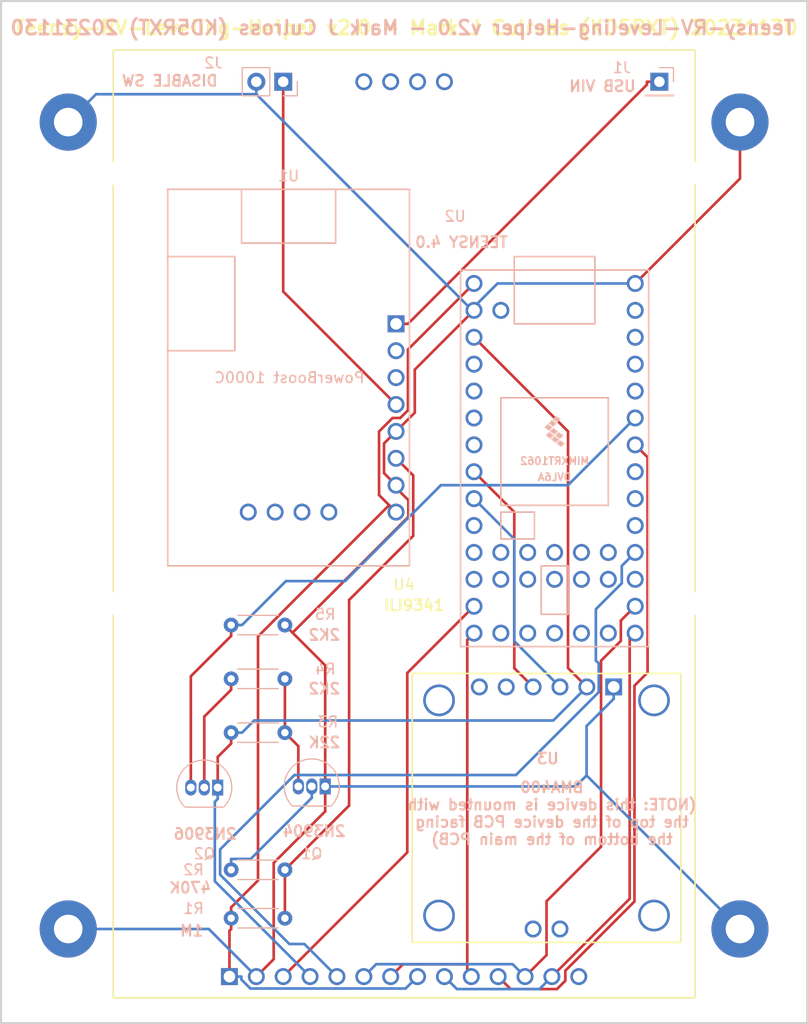
<source format=kicad_pcb>
(kicad_pcb (version 20221018) (generator pcbnew)
  (layers (0 "F.Cu" signal) (31 "B.Cu" signal) (34 "B.Paste" user) (35 "F.Paste" user) (36 "B.SilkS" user "B.Silkscreen") (37 "F.SilkS" user "F.Silkscreen") (38 "B.Mask" user) (39 "F.Mask" user) (44 "Edge.Cuts" user))
  (net 0 "")
  (net 1 "GNDREF")
  (net 2 "Net-(J1-Pin_1)")
  (net 3 "Net-(J2-Pin_1)")
  (net 4 "Net-(Q1-B)")
  (net 5 "Net-(Q1-C)")
  (net 6 "Net-(Q2-E)")
  (net 7 "Net-(Q2-B)")
  (net 8 "Net-(Q2-C)")
  (net 9 "Net-(U1-LBO)")
  (net 10 "Net-(U1-5Vo)")
  (net 20 "Net-(U2-13_SCK_CRX1_LED)")
  (net 23 "Net-(U2-12_MISO_MQSL)")
  (net 24 "Net-(U2-14_A0_TX3_SPDIF_OUT)")
  (net 28 "Net-(U2-18_A4_SDA0)")
  (net 29 "Net-(U2-19_A5_SCL0)")
  (net 35 "Net-(U2-11_MOSI_CTX1)")
  (net 37 "Net-(U2-9_OUT1C)")
  (net 41 "Net-(U2-5_IN2)")
  (footprint "MountingHole:MountingHole_2.7mm" (layer "F.Cu") (at 157.48 41.656)
    (fp_text reference "H2" hide)
    (fp_text value "BATT-b")
    (pad "" np_thru_hole circle (at 0 0) (size 2.7 2.7) (drill 2.7) (layers "*.Cu" "*.Mask"))
  )
  (footprint "MountingHole:MountingHole_2.7mm" (layer "F.Cu") (at 157.48 82.296)
    (fp_text reference "H4" hide)
    (fp_text value "BATT-d")
    (pad "" np_thru_hole circle (at 0 0) (size 2.7 2.7) (drill 2.7) (layers "*.Cu" "*.Mask"))
  )
  (footprint "MountingHole:MountingHole_2.7mm" (layer "F.Cu") (at 104.14 82.296)
    (fp_text reference "H3" hide)
    (fp_text value "BATT-c")
    (pad "" np_thru_hole circle (at 0 0) (size 2.7 2.7) (drill 2.7) (layers "*.Cu" "*.Mask"))
  )
  (footprint "MJC:BMA400" (layer "F.Cu") (at 144.272 101.6 180)
    (fp_text reference "U3" hide)
    (fp_text value "BMA400")
    (fp_line (start -12.7 -12.7) (end 12.7 -12.7) (stroke (width 0.15)) (layer "F.SilkS"))
    (fp_line (start -12.7 12.7) (end -12.7 -12.7) (stroke (width 0.15)) (layer "F.SilkS"))
    (fp_line (start 12.7 -12.7) (end 12.7 12.7) (stroke (width 0.15)) (layer "F.SilkS"))
    (fp_line (start 12.7 12.7) (end -12.7 12.7) (stroke (width 0.15)) (layer "F.SilkS"))
    (pad "1" thru_hole rect (at -6.35 11.43 180) (size 1.6 1.6) (drill 1.1) (layers "*.Cu" "*.Mask") (net 1 "GNDREF"))
    (pad "2" thru_hole circle (at -3.81 11.43 180) (size 1.6 1.6) (drill 1.1) (layers "*.Cu" "*.Mask") (net 6 "Net-(Q2-E)"))
    (pad "3" thru_hole circle (at -1.27 11.43 180) (size 1.6 1.6) (drill 1.1) (layers "*.Cu" "*.Mask") (net 28 "Net-(U2-18_A4_SDA0)"))
    (pad "4" thru_hole circle (at 1.27 11.43 180) (size 1.6 1.6) (drill 1.1) (layers "*.Cu" "*.Mask") (net 29 "Net-(U2-19_A5_SCL0)"))
    (pad "5" thru_hole circle (at 3.81 11.43 180) (size 1.6 1.6) (drill 1.1) (layers "*.Cu" "*.Mask"))
    (pad "6" thru_hole circle (at 6.35 11.43 180) (size 1.6 1.6) (drill 1.1) (layers "*.Cu" "*.Mask"))
    (pad "7" thru_hole circle (at -1.27 -11.43 180) (size 1.6 1.6) (drill 1.1) (layers "*.Cu" "*.Mask"))
    (pad "8" thru_hole circle (at 1.27 -11.43 180) (size 1.6 1.6) (drill 1.1) (layers "*.Cu" "*.Mask"))
    (pad "9" thru_hole circle (at -10.16 -10.16 180) (size 3 3) (drill 2.5) (layers "*.Cu" "*.Mask"))
    (pad "10" thru_hole circle (at 10.16 -10.16 180) (size 3 3) (drill 2.5) (layers "*.Cu" "*.Mask"))
    (pad "11" thru_hole circle (at 10.16 10.16 180) (size 3 3) (drill 2.5) (layers "*.Cu" "*.Mask"))
    (pad "12" thru_hole circle (at -10.16 10.16 180) (size 3 3) (drill 2.5) (layers "*.Cu" "*.Mask"))
  )
  (footprint "MountingHole:MountingHole_2.7mm_M2.5_Pad_TopBottom" (layer "F.Cu") (at 162.56 36.83)
    (fp_text reference "H6" hide)
    (fp_text value "PCB-b")
    (pad "1" thru_hole circle (at 0 0) (size 3.1 3.1) (drill 2.7) (layers "*.Cu" "*.Mask") (net 1 "GNDREF"))
    (pad "1" connect circle (at 0 0) (size 5.4 5.4) (layers "F.Cu" "F.Mask") (net 1 "GNDREF"))
    (pad "1" connect circle (at 0 0) (size 5.4 5.4) (layers "B.Cu" "B.Mask") (net 1 "GNDREF"))
  )
  (footprint "MountingHole:MountingHole_2.7mm_M2.5_Pad_TopBottom" (layer "F.Cu") (at 99.06 113.03)
    (fp_text reference "H7" hide)
    (fp_text value "PCB-c")
    (pad "1" thru_hole circle (at 0 0) (size 3.1 3.1) (drill 2.7) (layers "*.Cu" "*.Mask") (net 1 "GNDREF"))
    (pad "1" connect circle (at 0 0) (size 5.4 5.4) (layers "F.Cu" "F.Mask") (net 1 "GNDREF"))
    (pad "1" connect circle (at 0 0) (size 5.4 5.4) (layers "B.Cu" "B.Mask") (net 1 "GNDREF"))
  )
  (footprint "MountingHole:MountingHole_2.7mm_M2.5_Pad_TopBottom" (layer "F.Cu") (at 162.56 113.03)
    (fp_text reference "H8" hide)
    (fp_text value "PCB-d")
    (pad "1" thru_hole circle (at 0 0) (size 3.1 3.1) (drill 2.7) (layers "*.Cu" "*.Mask") (net 1 "GNDREF"))
    (pad "1" connect circle (at 0 0) (size 5.4 5.4) (layers "F.Cu" "F.Mask") (net 1 "GNDREF"))
    (pad "1" connect circle (at 0 0) (size 5.4 5.4) (layers "B.Cu" "B.Mask") (net 1 "GNDREF"))
  )
  (footprint "MountingHole:MountingHole_2.7mm_M2.5_Pad_TopBottom" (layer "F.Cu") (at 99.06 36.83)
    (fp_text reference "H5" hide)
    (fp_text value "PCB-a")
    (pad "1" thru_hole circle (at 0 0) (size 3.1 3.1) (drill 2.7) (layers "*.Cu" "*.Mask") (net 1 "GNDREF"))
    (pad "1" connect circle (at 0 0) (size 5.4 5.4) (layers "F.Cu" "F.Mask") (net 1 "GNDREF"))
    (pad "1" connect circle (at 0 0) (size 5.4 5.4) (layers "B.Cu" "B.Mask") (net 1 "GNDREF"))
  )
  (footprint "MountingHole:MountingHole_2.7mm" (layer "F.Cu") (at 104.14 41.656)
    (fp_text reference "H1" hide)
    (fp_text value "BATT-a")
    (pad "" np_thru_hole circle (at 0 0) (size 2.7 2.7) (drill 2.7) (layers "*.Cu" "*.Mask"))
  )
  (footprint "MJC:ILI9341" (layer "F.Cu") (at 130.81 74.7776)
    (fp_text reference "U4" (at 0 5.7404 unlocked) (layer "F.SilkS"))
    (fp_text value "Teensy ILI9341")
    (fp_line (start -27.5 -44.75) (end 27.5 -44.75) (stroke (width 0.15)) (layer "F.SilkS"))
    (fp_line (start -27.5 44.75) (end -27.5 -44.75) (stroke (width 0.15)) (layer "F.SilkS"))
    (fp_line (start 27.5 -44.75) (end 27.5 44.75) (stroke (width 0.15)) (layer "F.SilkS"))
    (fp_line (start 27.5 44.75) (end -27.5 44.75) (stroke (width 0.15)) (layer "F.SilkS"))
    (pad "1" thru_hole rect (at -16.51 42.7482) (size 1.6 1.6) (drill 1.1) (layers "*.Cu" "*.Mask") (net 10 "Net-(U1-5Vo)"))
    (pad "2" thru_hole circle (at -13.97 42.7482) (size 1.6 1.6) (drill 1.1) (layers "*.Cu" "*.Mask") (net 1 "GNDREF"))
    (pad "3" thru_hole circle (at -11.43 42.7482) (size 1.6 1.6) (drill 1.1) (layers "*.Cu" "*.Mask") (net 24 "Net-(U2-14_A0_TX3_SPDIF_OUT)"))
    (pad "4" thru_hole circle (at -8.89 42.7482) (size 1.6 1.6) (drill 1.1) (layers "*.Cu" "*.Mask") (net 6 "Net-(Q2-E)"))
    (pad "5" thru_hole circle (at -6.35 42.7482) (size 1.6 1.6) (drill 1.1) (layers "*.Cu" "*.Mask") (net 37 "Net-(U2-9_OUT1C)"))
    (pad "6" thru_hole circle (at -3.81 42.7482) (size 1.6 1.6) (drill 1.1) (layers "*.Cu" "*.Mask") (net 35 "Net-(U2-11_MOSI_CTX1)"))
    (pad "7" thru_hole circle (at -1.27 42.7482) (size 1.6 1.6) (drill 1.1) (layers "*.Cu" "*.Mask") (net 20 "Net-(U2-13_SCK_CRX1_LED)"))
    (pad "8" thru_hole circle (at 1.27 42.7482) (size 1.6 1.6) (drill 1.1) (layers "*.Cu" "*.Mask") (net 10 "Net-(U1-5Vo)"))
    (pad "9" thru_hole circle (at 3.81 42.7482) (size 1.6 1.6) (drill 1.1) (layers "*.Cu" "*.Mask") (net 23 "Net-(U2-12_MISO_MQSL)"))
    (pad "10" thru_hole circle (at 6.35 42.7482) (size 1.6 1.6) (drill 1.1) (layers "*.Cu" "*.Mask") (net 20 "Net-(U2-13_SCK_CRX1_LED)"))
    (pad "11" thru_hole circle (at 8.89 42.7482) (size 1.6 1.6) (drill 1.1) (layers "*.Cu" "*.Mask") (net 41 "Net-(U2-5_IN2)"))
    (pad "12" thru_hole circle (at 11.43 42.7482) (size 1.6 1.6) (drill 1.1) (layers "*.Cu" "*.Mask") (net 35 "Net-(U2-11_MOSI_CTX1)"))
    (pad "13" thru_hole circle (at 13.97 42.7482) (size 1.6 1.6) (drill 1.1) (layers "*.Cu" "*.Mask") (net 23 "Net-(U2-12_MISO_MQSL)"))
    (pad "14" thru_hole circle (at 16.51 42.7482) (size 1.6 1.6) (drill 1.1) (layers "*.Cu" "*.Mask"))
    (pad "15" thru_hole circle (at -3.81 -41.7576) (size 1.6 1.6) (drill 1.1) (layers "*.Cu" "*.Mask"))
    (pad "16" thru_hole circle (at -1.27 -41.7576) (size 1.6 1.6) (drill 1.1) (layers "*.Cu" "*.Mask"))
    (pad "17" thru_hole circle (at 1.27 -41.7576) (size 1.6 1.6) (drill 1.1) (layers "*.Cu" "*.Mask"))
    (pad "18" thru_hole circle (at 3.81 -41.7576) (size 1.6 1.6) (drill 1.1) (layers "*.Cu" "*.Mask"))
  )
  (footprint "Package_TO_SOT_THT:TO-92_Inline" (layer "B.Cu") (at 123.3497 99.568 180)
    (fp_text reference "Q1" (at 1.27 -6.35) (layer "B.SilkS") (effects (justify mirror)))
    (fp_text value "2N3904")
    (fp_line (start -0.53 -1.85) (end 3.07 -1.85) (stroke (width 0.12)) (layer "B.SilkS"))
    (fp_arc (start 1.27 2.6) (mid -1.132087 0.994977) (end -0.568478 -1.838478) (stroke (width 0.12)) (layer "B.SilkS"))
    (fp_arc (start 3.108478 -1.838478) (mid 3.672087 0.994977) (end 1.27 2.6) (stroke (width 0.12)) (layer "B.SilkS"))
    (pad "1" thru_hole rect (at 0 0 180) (size 1.05 1.5) (drill 0.75) (layers "*.Cu" "*.Mask") (net 1 "GNDREF"))
    (pad "2" thru_hole oval (at 1.27 0 180) (size 1.05 1.5) (drill 0.75) (layers "*.Cu" "*.Mask") (net 4 "Net-(Q1-B)"))
    (pad "3" thru_hole oval (at 2.54 0 180) (size 1.05 1.5) (drill 0.75) (layers "*.Cu" "*.Mask") (net 5 "Net-(Q1-C)"))
  )
  (footprint "Connector_PinHeader_2.54mm:PinHeader_1x01_P2.54mm_Vertical" (layer "B.Cu") (at 154.94 33.02 180)
    (fp_text reference "J1" (at 3.556 1.33) (layer "B.SilkS") (effects (justify mirror)))
    (fp_text value "USB VIN")
    (fp_line (start -1.33 -1.33) (end 1.33 -1.33) (stroke (width 0.12)) (layer "B.SilkS"))
    (fp_line (start -1.33 -1.27) (end -1.33 -1.33) (stroke (width 0.12)) (layer "B.SilkS"))
    (fp_line (start -1.33 -1.27) (end 1.33 -1.27) (stroke (width 0.12)) (layer "B.SilkS"))
    (fp_line (start -1.33 0) (end -1.33 1.33) (stroke (width 0.12)) (layer "B.SilkS"))
    (fp_line (start -1.33 1.33) (end 0 1.33) (stroke (width 0.12)) (layer "B.SilkS"))
    (fp_line (start 1.33 -1.27) (end 1.33 -1.33) (stroke (width 0.12)) (layer "B.SilkS"))
    (pad "1" thru_hole rect (at 0 0 180) (size 1.7 1.7) (drill 1) (layers "*.Cu" "*.Mask") (net 2 "Net-(J1-Pin_1)"))
  )
  (footprint "Resistor_THT:R_Axial_DIN0204_L3.6mm_D1.6mm_P5.08mm_Horizontal" (layer "B.Cu") (at 119.5397 89.408 180)
    (fp_text reference "R4" (at -3.81 0.92) (layer "B.SilkS") (effects (justify mirror)))
    (fp_text value "2K2")
    (fp_line (start 0.62 -0.92) (end 4.46 -0.92) (stroke (width 0.12)) (layer "B.SilkS"))
    (fp_line (start 0.62 0.92) (end 4.46 0.92) (stroke (width 0.12)) (layer "B.SilkS"))
    (pad "1" thru_hole circle (at 0 0 180) (size 1.4 1.4) (drill 0.7) (layers "*.Cu" "*.Mask") (net 5 "Net-(Q1-C)"))
    (pad "2" thru_hole oval (at 5.08 0 180) (size 1.4 1.4) (drill 0.7) (layers "*.Cu" "*.Mask") (net 7 "Net-(Q2-B)"))
  )
  (footprint "Resistor_THT:R_Axial_DIN0204_L3.6mm_D1.6mm_P5.08mm_Horizontal" (layer "B.Cu") (at 119.5397 112.014 180)
    (fp_text reference "R1" (at 8.636 0.92) (layer "B.SilkS") (effects (justify mirror)))
    (fp_text value "1M")
    (fp_line (start 0.62 -0.92) (end 4.46 -0.92) (stroke (width 0.12)) (layer "B.SilkS"))
    (fp_line (start 0.62 0.92) (end 4.46 0.92) (stroke (width 0.12)) (layer "B.SilkS"))
    (pad "1" thru_hole circle (at 0 0 180) (size 1.4 1.4) (drill 0.7) (layers "*.Cu" "*.Mask") (net 9 "Net-(U1-LBO)"))
    (pad "2" thru_hole oval (at 5.08 0 180) (size 1.4 1.4) (drill 0.7) (layers "*.Cu" "*.Mask") (net 10 "Net-(U1-5Vo)"))
  )
  (footprint "Resistor_THT:R_Axial_DIN0204_L3.6mm_D1.6mm_P5.08mm_Horizontal" (layer "B.Cu") (at 119.5397 107.442 180)
    (fp_text reference "R2" (at 8.636 0) (layer "B.SilkS") (effects (justify mirror)))
    (fp_text value "470K")
    (fp_line (start 0.62 -0.92) (end 4.46 -0.92) (stroke (width 0.12)) (layer "B.SilkS"))
    (fp_line (start 0.62 0.92) (end 4.46 0.92) (stroke (width 0.12)) (layer "B.SilkS"))
    (pad "1" thru_hole circle (at 0 0 180) (size 1.4 1.4) (drill 0.7) (layers "*.Cu" "*.Mask") (net 9 "Net-(U1-LBO)"))
    (pad "2" thru_hole oval (at 5.08 0 180) (size 1.4 1.4) (drill 0.7) (layers "*.Cu" "*.Mask") (net 4 "Net-(Q1-B)"))
  )
  (footprint "MJC:PowerBoost1000C" (layer "B.Cu") (at 119.888 60.96 180)
    (fp_text reference "U1" (at 0 19.05) (layer "B.SilkS") (effects (justify mirror)))
    (fp_text value "Powerboost1000C")
    (fp_text user "PowerBoost 1000C" (at -0.08 0) (layer "B.SilkS") (effects (justify mirror)))
    (fp_line (start -11.43 -17.78) (end -11.43 17.78) (stroke (width 0.15)) (layer "B.SilkS"))
    (fp_line (start -11.43 17.78) (end 11.43 17.78) (stroke (width 0.15)) (layer "B.SilkS"))
    (fp_line (start -4.445 12.7) (end 4.445 12.7) (stroke (width 0.15)) (layer "B.SilkS"))
    (fp_line (start -4.445 17.78) (end -4.445 12.7) (stroke (width 0.15)) (layer "B.SilkS"))
    (fp_line (start 4.445 12.7) (end 4.445 17.78) (stroke (width 0.15)) (layer "B.SilkS"))
    (fp_line (start 5.08 2.54) (end 11.43 2.54) (stroke (width 0.15)) (layer "B.SilkS"))
    (fp_line (start 5.08 11.43) (end 5.08 2.54) (stroke (width 0.15)) (layer "B.SilkS"))
    (fp_line (start 11.43 -17.78) (end -11.43 -17.78) (stroke (width 0.15)) (layer "B.SilkS"))
    (fp_line (start 11.43 11.43) (end 5.08 11.43) (stroke (width 0.15)) (layer "B.SilkS"))
    (fp_line (start 11.43 17.78) (end 11.43 -17.78) (stroke (width 0.15)) (layer "B.SilkS"))
    (pad "1" thru_hole rect (at -10.16 5.08 180) (size 1.6 1.6) (drill 1.1) (layers "*.Cu" "*.Mask") (net 2 "Net-(J1-Pin_1)"))
    (pad "2" thru_hole circle (at -10.16 2.54 180) (size 1.6 1.6) (drill 1.1) (layers "*.Cu" "*.Mask"))
    (pad "3" thru_hole circle (at -10.16 0 180) (size 1.6 1.6) (drill 1.1) (layers "*.Cu" "*.Mask"))
    (pad "4" thru_hole circle (at -10.16 -2.54 180) (size 1.6 1.6) (drill 1.1) (layers "*.Cu" "*.Mask") (net 3 "Net-(J2-Pin_1)"))
    (pad "5" thru_hole circle (at -10.16 -5.08 180) (size 1.6 1.6) (drill 1.1) (layers "*.Cu" "*.Mask") (net 1 "GNDREF"))
    (pad "5V" thru_hole circle (at -3.81 -12.7 180) (size 1.6 1.6) (drill 1.1) (layers "*.Cu" "*.Mask"))
    (pad "6" thru_hole circle (at -10.16 -7.62 180) (size 1.6 1.6) (drill 1.1) (layers "*.Cu" "*.Mask") (net 9 "Net-(U1-LBO)"))
    (pad "7" thru_hole circle (at -10.16 -10.16 180) (size 1.6 1.6) (drill 1.1) (layers "*.Cu" "*.Mask") (net 1 "GNDREF"))
    (pad "8" thru_hole circle (at -10.16 -12.7 180) (size 1.6 1.6) (drill 1.1) (layers "*.Cu" "*.Mask") (net 10 "Net-(U1-5Vo)"))
    (pad "D+" thru_hole circle (at 1.27 -12.7 180) (size 1.6 1.6) (drill 1.1) (layers "*.Cu" "*.Mask"))
    (pad "D-" thru_hole circle (at -1.27 -12.7 180) (size 1.6 1.6) (drill 1.1) (layers "*.Cu" "*.Mask"))
    (pad "UG" thru_hole circle (at 3.81 -12.7 180) (size 1.6 1.6) (drill 1.1) (layers "*.Cu" "*.Mask"))
  )
  (footprint "Resistor_THT:R_Axial_DIN0204_L3.6mm_D1.6mm_P5.08mm_Horizontal" (layer "B.Cu") (at 119.5397 84.328 180)
    (fp_text reference "R5" (at -3.81 1.016) (layer "B.SilkS") (effects (justify mirror)))
    (fp_text value "2K2")
    (fp_line (start 0.62 -0.92) (end 4.46 -0.92) (stroke (width 0.12)) (layer "B.SilkS"))
    (fp_line (start 0.62 0.92) (end 4.46 0.92) (stroke (width 0.12)) (layer "B.SilkS"))
    (pad "1" thru_hole circle (at 0 0 180) (size 1.4 1.4) (drill 0.7) (layers "*.Cu" "*.Mask") (net 1 "GNDREF"))
    (pad "2" thru_hole oval (at 5.08 0 180) (size 1.4 1.4) (drill 0.7) (layers "*.Cu" "*.Mask") (net 8 "Net-(Q2-C)"))
  )
  (footprint "Package_TO_SOT_THT:TO-92_Inline" (layer "B.Cu") (at 113.1897 99.674 180)
    (fp_text reference "Q2" (at 1.27 -6.244) (layer "B.SilkS") (effects (justify mirror)))
    (fp_text value "2N3906")
    (fp_line (start -0.53 -1.85) (end 3.07 -1.85) (stroke (width 0.12)) (layer "B.SilkS"))
    (fp_arc (start 1.27 2.6) (mid -1.132087 0.994977) (end -0.568478 -1.838478) (stroke (width 0.12)) (layer "B.SilkS"))
    (fp_arc (start 3.108478 -1.838478) (mid 3.672087 0.994977) (end 1.27 2.6) (stroke (width 0.12)) (layer "B.SilkS"))
    (pad "1" thru_hole rect (at 0 0 180) (size 1.05 1.5) (drill 0.75) (layers "*.Cu" "*.Mask") (net 6 "Net-(Q2-E)"))
    (pad "2" thru_hole oval (at 1.27 0 180) (size 1.05 1.5) (drill 0.75) (layers "*.Cu" "*.Mask") (net 7 "Net-(Q2-B)"))
    (pad "3" thru_hole oval (at 2.54 0 180) (size 1.05 1.5) (drill 0.75) (layers "*.Cu" "*.Mask") (net 8 "Net-(Q2-C)"))
  )
  (footprint "Resistor_THT:R_Axial_DIN0204_L3.6mm_D1.6mm_P5.08mm_Horizontal" (layer "B.Cu") (at 119.5397 94.488 180)
    (fp_text reference "R3" (at -4.064 1.016) (layer "B.SilkS") (effects (justify mirror)))
    (fp_text value "22K")
    (fp_line (start 0.62 -0.92) (end 4.46 -0.92) (stroke (width 0.12)) (layer "B.SilkS"))
    (fp_line (start 0.62 0.92) (end 4.46 0.92) (stroke (width 0.12)) (layer "B.SilkS"))
    (pad "1" thru_hole circle (at 0 0 180) (size 1.4 1.4) (drill 0.7) (layers "*.Cu" "*.Mask") (net 5 "Net-(Q1-C)"))
    (pad "2" thru_hole oval (at 5.08 0 180) (size 1.4 1.4) (drill 0.7) (layers "*.Cu" "*.Mask") (net 6 "Net-(Q2-E)"))
  )
  (footprint "Connector_PinHeader_2.54mm:PinHeader_1x02_P2.54mm_Vertical" (layer "B.Cu") (at 119.38 33.02 90)
    (fp_text reference "J2" (at 1.778 -6.604) (layer "B.SilkS") (effects (justify mirror)))
    (fp_text value "DISABLE SW")
    (fp_line (start -1.33 -3.87) (end 1.33 -3.87) (stroke (width 0.12)) (layer "B.SilkS"))
    (fp_line (start -1.33 -1.27) (end -1.33 -3.87) (stroke (width 0.12)) (layer "B.SilkS"))
    (fp_line (start -1.33 -1.27) (end 1.33 -1.27) (stroke (width 0.12)) (layer "B.SilkS"))
    (fp_line (start -1.33 0) (end -1.33 1.33) (stroke (width 0.12)) (layer "B.SilkS"))
    (fp_line (start -1.33 1.33) (end 0 1.33) (stroke (width 0.12)) (layer "B.SilkS"))
    (fp_line (start 1.33 -1.27) (end 1.33 -3.87) (stroke (width 0.12)) (layer "B.SilkS"))
    (pad "1" thru_hole rect (at 0 0 90) (size 1.7 1.7) (drill 1) (layers "*.Cu" "*.Mask") (net 3 "Net-(J2-Pin_1)"))
    (pad "2" thru_hole oval (at 0 -2.54 90) (size 1.7 1.7) (drill 1) (layers "*.Cu" "*.Mask") (net 1 "GNDREF"))
  )
  (footprint "teensy:Teensy40" (layer "B.Cu") (at 145.034 68.58 -90)
    (fp_text reference "U2" (at -22.86 9.398) (layer "B.SilkS") (effects (justify mirror)))
    (fp_text value "Teensy4.0")
    (fp_text user "DVL6A" (at 1.778 0) (layer "B.SilkS") (effects (font (size 0.7 0.7)) (justify mirror)))
    (fp_text user "MIMXRT1062" (at 0.254 0) (layer "B.SilkS") (effects (font (size 0.7 0.7)) (justify mirror)))
    (fp_line (start -19.05 -3.81) (end -19.05 3.81) (stroke (width 0.15)) (layer "B.SilkS"))
    (fp_line (start -19.05 3.81) (end -17.78 3.81) (stroke (width 0.15)) (layer "B.SilkS"))
    (fp_line (start -17.78 -8.89) (end -17.78 8.89) (stroke (width 0.15)) (layer "B.SilkS"))
    (fp_line (start -17.78 -3.81) (end -19.05 -3.81) (stroke (width 0.15)) (layer "B.SilkS"))
    (fp_line (start -17.78 8.89) (end 17.78 8.89) (stroke (width 0.15)) (layer "B.SilkS"))
    (fp_line (start -12.7 -3.81) (end -17.78 -3.81) (stroke (width 0.15)) (layer "B.SilkS"))
    (fp_line (start -12.7 -3.81) (end -12.7 3.81) (stroke (width 0.15)) (layer "B.SilkS"))
    (fp_line (start -12.7 3.81) (end -17.78 3.81) (stroke (width 0.15)) (layer "B.SilkS"))
    (fp_line (start -5.715 5.08) (end -5.715 -5.08) (stroke (width 0.15)) (layer "B.SilkS"))
    (fp_line (start 4.445 -5.08) (end -5.715 -5.08) (stroke (width 0.15)) (layer "B.SilkS"))
    (fp_line (start 4.445 -5.08) (end 4.445 5.08) (stroke (width 0.15)) (layer "B.SilkS"))
    (fp_line (start 4.445 5.08) (end -5.715 5.08) (stroke (width 0.15)) (layer "B.SilkS"))
    (fp_line (start 5.08 1.905) (end 5.08 5.08) (stroke (width 0.15)) (layer "B.SilkS"))
    (fp_line (start 5.08 5.08) (end 7.62 5.08) (stroke (width 0.15)) (layer "B.SilkS"))
    (fp_line (start 7.62 1.905) (end 5.08 1.905) (stroke (width 0.15)) (layer "B.SilkS"))
    (fp_line (start 7.62 5.08) (end 7.62 1.905) (stroke (width 0.15)) (layer "B.SilkS"))
    (fp_line (start 10.16 -1.27) (end 10.16 1.27) (stroke (width 0.15)) (layer "B.SilkS"))
    (fp_line (start 10.16 1.27) (end 14.732 1.27) (stroke (width 0.15)) (layer "B.SilkS"))
    (fp_line (start 14.732 -1.27) (end 10.16 -1.27) (stroke (width 0.15)) (layer "B.SilkS"))
    (fp_line (start 14.732 1.27) (end 14.732 -1.27) (stroke (width 0.15)) (layer "B.SilkS"))
    (fp_line (start 17.78 -8.89) (end -17.78 -8.89) (stroke (width 0.15)) (layer "B.SilkS"))
    (fp_line (start 17.78 8.89) (end 17.78 -8.89) (stroke (width 0.15)) (layer "B.SilkS"))
    (fp_poly (pts (xy -3.937 -0.127) (xy -3.683 0.127) (xy -3.429 -0.254) (xy -3.683 -0.508)) (stroke (width 0.1)) (fill solid) (layer "B.SilkS"))
    (fp_poly (pts (xy -3.556 0.254) (xy -3.302 0.508) (xy -3.048 0.127) (xy -3.302 -0.127)) (stroke (width 0.1)) (fill solid) (layer "B.SilkS"))
    (fp_poly (pts (xy -3.175 0.635) (xy -2.921 0.889) (xy -2.667 0.508) (xy -2.921 0.254)) (stroke (width 0.1)) (fill solid) (layer "B.SilkS"))
    (fp_poly (pts (xy -2.794 0.127) (xy -2.54 0.381) (xy -2.286 0) (xy -2.54 -0.254)) (stroke (width 0.1)) (fill solid) (layer "B.SilkS"))
    (fp_poly (pts (xy -2.413 -0.381) (xy -2.159 -0.127) (xy -1.905 -0.508) (xy -2.159 -0.762)) (stroke (width 0.1)) (fill solid) (layer "B.SilkS"))
    (fp_poly (pts (xy -2.413 0.508) (xy -2.159 0.762) (xy -1.905 0.381) (xy -2.159 0.127)) (stroke (width 0.1)) (fill solid) (layer "B.SilkS"))
    (fp_poly (pts (xy -2.032 0) (xy -1.778 0.254) (xy -1.524 -0.127) (xy -1.778 -0.381)) (stroke (width 0.1)) (fill solid) (layer "B.SilkS"))
    (fp_poly (pts (xy -1.651 -0.508) (xy -1.397 -0.254) (xy -1.143 -0.635) (xy -1.397 -0.889)) (stroke (width 0.1)) (fill solid) (layer "B.SilkS"))
    (pad "1" thru_hole circle (at -16.51 -7.62 270) (size 1.6 1.6) (drill 1.1) (layers "*.Cu" "*.Mask") (net 1 "GNDREF"))
    (pad "2" thru_hole circle (at -13.97 -7.62 270) (size 1.6 1.6) (drill 1.1) (layers "*.Cu" "*.Mask"))
    (pad "3" thru_hole circle (at -11.43 -7.62 270) (size 1.6 1.6) (drill 1.1) (layers "*.Cu" "*.Mask"))
    (pad "4" thru_hole circle (at -8.89 -7.62 270) (size 1.6 1.6) (drill 1.1) (layers "*.Cu" "*.Mask"))
    (pad "5" thru_hole circle (at -6.35 -7.62 270) (size 1.6 1.6) (drill 1.1) (layers "*.Cu" "*.Mask"))
    (pad "6" thru_hole circle (at -3.81 -7.62 270) (size 1.6 1.6) (drill 1.1) (layers "*.Cu" "*.Mask") (net 8 "Net-(Q2-C)"))
    (pad "7" thru_hole circle (at -1.27 -7.62 270) (size 1.6 1.6) (drill 1.1) (layers "*.Cu" "*.Mask") (net 41 "Net-(U2-5_IN2)"))
    (pad "8" thru_hole circle (at 1.27 -7.62 270) (size 1.6 1.6) (drill 1.1) (layers "*.Cu" "*.Mask"))
    (pad "9" thru_hole circle (at 3.81 -7.62 270) (size 1.6 1.6) (drill 1.1) (layers "*.Cu" "*.Mask"))
    (pad "10" thru_hole circle (at 6.35 -7.62 270) (size 1.6 1.6) (drill 1.1) (layers "*.Cu" "*.Mask"))
    (pad "11" thru_hole circle (at 8.89 -7.62 270) (size 1.6 1.6) (drill 1.1) (layers "*.Cu" "*.Mask") (net 37 "Net-(U2-9_OUT1C)"))
    (pad "12" thru_hole circle (at 11.43 -7.62 270) (size 1.6 1.6) (drill 1.1) (layers "*.Cu" "*.Mask"))
    (pad "13" thru_hole circle (at 13.97 -7.62 270) (size 1.6 1.6) (drill 1.1) (layers "*.Cu" "*.Mask") (net 35 "Net-(U2-11_MOSI_CTX1)"))
    (pad "14" thru_hole circle (at 16.51 -7.62 270) (size 1.6 1.6) (drill 1.1) (layers "*.Cu" "*.Mask") (net 23 "Net-(U2-12_MISO_MQSL)"))
    (pad "15" thru_hole circle (at 16.51 -5.08 270) (size 1.6 1.6) (drill 1.1) (layers "*.Cu" "*.Mask"))
    (pad "16" thru_hole circle (at 16.51 -2.54 270) (size 1.6 1.6) (drill 1.1) (layers "*.Cu" "*.Mask"))
    (pad "17" thru_hole circle (at 16.51 0 270) (size 1.6 1.6) (drill 1.1) (layers "*.Cu" "*.Mask"))
    (pad "18" thru_hole circle (at 16.51 2.54 270) (size 1.6 1.6) (drill 1.1) (layers "*.Cu" "*.Mask"))
    (pad "19" thru_hole circle (at 16.51 5.08 270) (size 1.6 1.6) (drill 1.1) (layers "*.Cu" "*.Mask"))
    (pad "20" thru_hole circle (at 16.51 7.62 270) (size 1.6 1.6) (drill 1.1) (layers "*.Cu" "*.Mask") (net 20 "Net-(U2-13_SCK_CRX1_LED)"))
    (pad "21" thru_hole circle (at 13.97 7.62 270) (size 1.6 1.6) (drill 1.1) (layers "*.Cu" "*.Mask") (net 24 "Net-(U2-14_A0_TX3_SPDIF_OUT)"))
    (pad "22" thru_hole circle (at 11.43 7.62 270) (size 1.6 1.6) (drill 1.1) (layers "*.Cu" "*.Mask"))
    (pad "23" thru_hole circle (at 8.89 7.62 270) (size 1.6 1.6) (drill 1.1) (layers "*.Cu" "*.Mask"))
    (pad "24" thru_hole circle (at 6.35 7.62 270) (size 1.6 1.6) (drill 1.1) (layers "*.Cu" "*.Mask"))
    (pad "25" thru_hole circle (at 3.81 7.62 270) (size 1.6 1.6) (drill 1.1) (layers "*.Cu" "*.Mask") (net 28 "Net-(U2-18_A4_SDA0)"))
    (pad "26" thru_hole circle (at 1.27 7.62 270) (size 1.6 1.6) (drill 1.1) (layers "*.Cu" "*.Mask") (net 29 "Net-(U2-19_A5_SCL0)"))
    (pad "27" thru_hole circle (at -1.27 7.62 270) (size 1.6 1.6) (drill 1.1) (layers "*.Cu" "*.Mask"))
    (pad "28" thru_hole circle (at -3.81 7.62 270) (size 1.6 1.6) (drill 1.1) (layers "*.Cu" "*.Mask"))
    (pad "29" thru_hole circle (at -6.35 7.62 270) (size 1.6 1.6) (drill 1.1) (layers "*.Cu" "*.Mask"))
    (pad "30" thru_hole circle (at -8.89 7.62 270) (size 1.6 1.6) (drill 1.1) (layers "*.Cu" "*.Mask"))
    (pad "31" thru_hole circle (at -11.43 7.62 270) (size 1.6 1.6) (drill 1.1) (layers "*.Cu" "*.Mask") (net 6 "Net-(Q2-E)"))
    (pad "32" thru_hole circle (at -13.97 7.62 270) (size 1.6 1.6) (drill 1.1) (layers "*.Cu" "*.Mask") (net 1 "GNDREF"))
    (pad "33" thru_hole circle (at -16.51 7.62 270) (size 1.6 1.6) (drill 1.1) (layers "*.Cu" "*.Mask") (net 10 "Net-(U1-5Vo)"))
    (pad "34" thru_hole circle (at -13.97 5.08 270) (size 1.6 1.6) (drill 1.1) (layers "*.Cu" "*.Mask"))
    (pad "35" thru_hole circle (at 11.43 5.08 270) (size 1.6 1.6) (drill 1.1) (layers "*.Cu" "*.Mask"))
    (pad "36" thru_hole circle (at 8.89 5.08 270) (size 1.6 1.6) (drill 1.1) (layers "*.Cu" "*.Mask"))
    (pad "37" thru_hole circle (at 11.43 2.54 270) (size 1.6 1.6) (drill 1.1) (layers "*.Cu" "*.Mask"))
    (pad "38" thru_hole circle (at 8.89 2.54 270) (size 1.6 1.6) (drill 1.1) (layers "*.Cu" "*.Mask"))
    (pad "39" thru_hole circle (at 11.43 0 270) (size 1.6 1.6) (drill 1.1) (layers "*.Cu" "*.Mask"))
    (pad "40" thru_hole circle (at 8.89 0 270) (size 1.6 1.6) (drill 1.1) (layers "*.Cu" "*.Mask"))
    (pad "41" thru_hole circle (at 11.43 -2.54 270) (size 1.6 1.6) (drill 1.1) (layers "*.Cu" "*.Mask"))
    (pad "42" thru_hole circle (at 8.89 -2.54 270) (size 1.6 1.6) (drill 1.1) (layers "*.Cu" "*.Mask"))
    (pad "43" thru_hole circle (at 11.43 -5.08 270) (size 1.6 1.6) (drill 1.1) (layers "*.Cu" "*.Mask"))
    (pad "44" thru_hole circle (at 8.89 -5.08 270) (size 1.6 1.6) (drill 1.1) (layers "*.Cu" "*.Mask"))
  )
  (gr_line (start 92.71 25.4) (end 168.91 25.4) (stroke (width 0.2)) (layer "Edge.Cuts"))
  (gr_line (start 168.91 121.92) (end 92.71 121.92) (stroke (width 0.2)) (layer "Edge.Cuts"))
  (gr_line (start 92.71 121.92) (end 92.71 25.4) (stroke (width 0.2)) (layer "Edge.Cuts"))
  (gr_line (start 168.91 25.4) (end 168.91 121.92) (stroke (width 0.2)) (layer "Edge.Cuts"))
  (gr_text "TEENSY 4.0" (at 140.716 48.768) (layer "B.SilkS") (effects (font (size 1.016 1.016) (thickness 0.2032) bold) (justify left bottom mirror)))
  (gr_text "470K" (at 112.681656 109.728) (layer "B.SilkS") (effects (font (size 1.016 1.016) (thickness 0.2032) bold) (justify left bottom mirror)))
  (gr_text "22K" (at 124.873656 96.012) (layer "B.SilkS") (effects (font (size 1.016 1.016) (thickness 0.2032) bold) (justify left bottom mirror)))
  (gr_text "Teensy-RV-Leveling-Helper v2.0 - Mark J Culross (KD5RXT) 20231130\n" (at 167.894 28.702) (layer "B.SilkS") (effects (font (size 1.3335 1.3335) (thickness 0.254) bold) (justify left bottom mirror)))
  (gr_text "USB VIN" (at 146.304 34.036) (layer "B.SilkS") (effects (font (size 1.016 1.016) (thickness 0.2032) bold) (justify right bottom mirror)))
  (gr_text "1M" (at 111.919656 113.792) (layer "B.SilkS") (effects (font (size 1.016 1.016) (thickness 0.2032) bold) (justify left bottom mirror)))
  (gr_text "BMA400\n(NOTE: this device is mounted with\nthe top of the device PCB facing\nthe bottom of the main PCB)" (at 144.78 105.156) (layer "B.SilkS") (effects (font (size 1.016 1.016) (thickness 0.2032) bold) (justify bottom mirror)))
  (gr_text "2N3904" (at 125.381656 104.394) (layer "B.SilkS") (effects (font (size 1.016 1.016) (thickness 0.2032) bold) (justify left bottom mirror)))
  (gr_text "U3" (at 145.542 97.536) (layer "B.SilkS") (effects (font (size 1.016 1.016) (thickness 0.2032) bold) (justify left bottom mirror)))
  (gr_text "2N3906" (at 115.079656 104.648) (layer "B.SilkS") (effects (font (size 1.016 1.016) (thickness 0.2032) bold) (justify left bottom mirror)))
  (gr_text "	" (at 154.178 28.702) (layer "B.SilkS") (effects (font (size 1.5 1.5) (thickness 0.3) bold) (justify left bottom)))
  (gr_text "2K2" (at 124.873656 85.852) (layer "B.SilkS") (effects (font (size 1.016 1.016) (thickness 0.2032) bold) (justify left bottom mirror)))
  (gr_text "DISABLE SW" (at 113.284 33.528) (layer "B.SilkS") (effects (font (size 1.016 1.016) (thickness 0.2032) bold) (justify left bottom mirror)))
  (gr_text "2K2" (at 124.873656 90.932) (layer "B.SilkS") (effects (font (size 1.016 1.016) (thickness 0.2032) bold) (justify left bottom mirror)))
  (gr_text "Teensy-RV-Leveling-Helper v2.0 - Mark J Culross (KD5RXT) 20231130" (at 93.726 28.702) (layer "F.SilkS") (effects (font (size 1.3335 1.3335) (thickness 0.254) bold) (justify left bottom)))
  (gr_text "ILI9341" (at 128.778 83.058) (layer "F.SilkS") (effects (font (size 1.016 1.016) (thickness 0.2032) bold) (justify left bottom)))
  (segment (start 128.9096 69.9816) (end 128.9096 67.1784) (width 0.25) (layer "F.Cu") (net 1))
  (segment (start 118.4821 106.7892) (end 118.4821 115.8837) (width 0.25) (layer "F.Cu") (net 1))
  (segment (start 131.2143 72.5346) (end 130.048 71.3683) (width 0.25) (layer "F.Cu") (net 1))
  (segment (start 130.048 71.12) (end 128.9096 69.9816) (width 0.25) (layer "F.Cu") (net 1))
  (segment (start 137.414 54.61) (end 131.8161 60.2079) (width 0.25) (layer "F.Cu") (net 1))
  (segment (start 120.2641 85.0523) (end 131.2143 74.1021) (width 0.25) (layer "F.Cu") (net 1))
  (segment (start 118.4821 115.8837) (end 116.84 117.5258) (width 0.25) (layer "F.Cu") (net 1))
  (segment (start 131.8161 60.2079) (end 131.8161 64.2719) (width 0.25) (layer "F.Cu") (net 1))
  (segment (start 131.2143 74.1021) (end 131.2143 72.5346) (width 0.25) (layer "F.Cu") (net 1))
  (segment (start 130.048 71.3683) (end 130.048 71.12) (width 0.25) (layer "F.Cu") (net 1))
  (segment (start 119.5397 84.328) (end 120.2641 85.0523) (width 0.25) (layer "F.Cu") (net 1))
  (segment (start 123.3497 88.138) (end 123.3497 99.568) (width 0.25) (layer "F.Cu") (net 1))
  (segment (start 131.8161 64.2719) (end 130.048 66.04) (width 0.25) (layer "F.Cu") (net 1))
  (segment (start 152.654 52.07) (end 162.56 42.164) (width 0.25) (layer "F.Cu") (net 1))
  (segment (start 162.56 42.164) (end 162.56 36.83) (width 0.25) (layer "F.Cu") (net 1))
  (segment (start 128.9096 67.1784) (end 130.048 66.04) (width 0.25) (layer "F.Cu") (net 1))
  (segment (start 123.3497 101.9216) (end 118.4821 106.7892) (width 0.25) (layer "F.Cu") (net 1))
  (segment (start 123.3497 99.568) (end 123.3497 101.9216) (width 0.25) (layer "F.Cu") (net 1))
  (segment (start 120.2641 85.0523) (end 123.3497 88.138) (width 0.25) (layer "F.Cu") (net 1))
  (segment (start 150.622 90.17) (end 150.622 91.2969) (width 0.25) (layer "B.Cu") (net 1))
  (segment (start 148.059 93.8599) (end 150.622 91.2969) (width 0.25) (layer "B.Cu") (net 1))
  (segment (start 137.414 54.2932) (end 136.9363 54.2932) (width 0.25) (layer "B.Cu") (net 1))
  (segment (start 137.414 54.61) (end 137.414 54.2932) (width 0.25) (layer "B.Cu") (net 1))
  (segment (start 148.059 98.529) (end 148.059 93.8599) (width 0.25) (layer "B.Cu") (net 1))
  (segment (start 112.3442 113.03) (end 99.06 113.03) (width 0.25) (layer "B.Cu") (net 1))
  (segment (start 139.6372 52.07) (end 137.414 54.2932) (width 0.25) (layer "B.Cu") (net 1))
  (segment (start 101.6931 34.1969) (end 99.06 36.83) (width 0.25) (layer "B.Cu") (net 1))
  (segment (start 148.059 98.529) (end 147.02 99.568) (width 0.25) (layer "B.Cu") (net 1))
  (segment (start 116.84 34.1969) (end 101.6931 34.1969) (width 0.25) (layer "B.Cu") (net 1))
  (segment (start 152.654 52.07) (end 139.6372 52.07) (width 0.25) (layer "B.Cu") (net 1))
  (segment (start 116.84 117.5258) (end 112.3442 113.03) (width 0.25) (layer "B.Cu") (net 1))
  (segment (start 136.9363 54.2932) (end 116.84 34.1969) (width 0.25) (layer "B.Cu") (net 1))
  (segment (start 147.02 99.568) (end 123.3497 99.568) (width 0.25) (layer "B.Cu") (net 1))
  (segment (start 162.56 113.03) (end 148.059 98.529) (width 0.25) (layer "B.Cu") (net 1))
  (segment (start 116.84 33.02) (end 116.84 34.1969) (width 0.25) (layer "B.Cu") (net 1))
  (segment (start 154.94 33.02) (end 153.7631 33.02) (width 0.25) (layer "F.Cu") (net 2))
  (segment (start 130.048 55.88) (end 131.1749 55.88) (width 0.25) (layer "F.Cu") (net 2))
  (segment (start 153.7631 33.2918) (end 153.7631 33.02) (width 0.25) (layer "F.Cu") (net 2))
  (segment (start 131.1749 55.88) (end 153.7631 33.2918) (width 0.25) (layer "F.Cu") (net 2))
  (segment (start 119.38 52.832) (end 130.048 63.5) (width 0.25) (layer "F.Cu") (net 3))
  (segment (start 119.38 33.02) (end 119.38 52.832) (width 0.25) (layer "F.Cu") (net 3))
  (segment (start 116.3095 106.4151) (end 122.0797 100.6449) (width 0.25) (layer "B.Cu") (net 4))
  (segment (start 114.4597 106.4151) (end 116.3095 106.4151) (width 0.25) (layer "B.Cu") (net 4))
  (segment (start 122.0797 99.568) (end 122.0797 100.6449) (width 0.25) (layer "B.Cu") (net 4))
  (segment (start 114.4597 107.442) (end 114.4597 106.4151) (width 0.25) (layer "B.Cu") (net 4))
  (segment (start 119.5397 94.488) (end 120.8097 95.758) (width 0.25) (layer "F.Cu") (net 5))
  (segment (start 120.8097 95.758) (end 120.8097 99.568) (width 0.25) (layer "F.Cu") (net 5))
  (segment (start 119.5397 94.488) (end 119.5397 89.408) (width 0.25) (layer "F.Cu") (net 5))
  (segment (start 137.414 57.15) (end 146.304 66.04) (width 0.25) (layer "F.Cu") (net 6))
  (segment (start 113.1897 96.7849) (end 113.1897 99.674) (width 0.25) (layer "F.Cu") (net 6))
  (segment (start 114.4597 94.488) (end 114.4597 95.5149) (width 0.25) (layer "F.Cu") (net 6))
  (segment (start 146.304 88.392) (end 148.082 90.17) (width 0.25) (layer "F.Cu") (net 6))
  (segment (start 146.304 66.04) (end 146.304 88.392) (width 0.25) (layer "F.Cu") (net 6))
  (segment (start 114.4597 95.5149) (end 113.1897 96.7849) (width 0.25) (layer "F.Cu") (net 6))
  (segment (start 113.1897 99.674) (end 113.1897 100.7509) (width 0.25) (layer "B.Cu") (net 6))
  (segment (start 114.4597 94.488) (end 115.4866 94.488) (width 0.25) (layer "B.Cu") (net 6))
  (segment (start 148.082 90.17) (end 144.9096 93.3424) (width 0.25) (layer "B.Cu") (net 6))
  (segment (start 113.1897 100.7509) (end 112.9175 101.0231) (width 0.25) (layer "B.Cu") (net 6))
  (segment (start 112.9175 101.0231) (end 112.9175 108.5233) (width 0.25) (layer "B.Cu") (net 6))
  (segment (start 116.6322 93.3424) (end 115.4866 94.488) (width 0.25) (layer "B.Cu") (net 6))
  (segment (start 144.9096 93.3424) (end 116.6322 93.3424) (width 0.25) (layer "B.Cu") (net 6))
  (segment (start 112.9175 108.5233) (end 121.92 117.5258) (width 0.25) (layer "B.Cu") (net 6))
  (segment (start 114.4597 90.4349) (end 111.9197 92.9749) (width 0.25) (layer "F.Cu") (net 7))
  (segment (start 114.4597 89.408) (end 114.4597 90.4349) (width 0.25) (layer "F.Cu") (net 7))
  (segment (start 111.9197 92.9749) (end 111.9197 99.674) (width 0.25) (layer "F.Cu") (net 7))
  (segment (start 110.6497 89.1649) (end 110.6497 99.674) (width 0.25) (layer "F.Cu") (net 8))
  (segment (start 114.4597 84.328) (end 114.4597 85.3549) (width 0.25) (layer "F.Cu") (net 8))
  (segment (start 114.4597 85.3549) (end 110.6497 89.1649) (width 0.25) (layer "F.Cu") (net 8))
  (segment (start 134.2858 71.12) (end 125.2289 80.1769) (width 0.25) (layer "B.Cu") (net 8))
  (segment (start 152.654 64.77) (end 146.304 71.12) (width 0.25) (layer "B.Cu") (net 8))
  (segment (start 114.4597 84.328) (end 115.4866 84.328) (width 0.25) (layer "B.Cu") (net 8))
  (segment (start 125.2289 80.1769) (end 119.6377 80.1769) (width 0.25) (layer "B.Cu") (net 8))
  (segment (start 119.6377 80.1769) (end 115.4866 84.328) (width 0.25) (layer "B.Cu") (net 8))
  (segment (start 146.304 71.12) (end 134.2858 71.12) (width 0.25) (layer "B.Cu") (net 8))
  (segment (start 131.6687 70.2007) (end 131.6687 75.9032) (width 0.25) (layer "F.Cu") (net 9))
  (segment (start 125.6112 81.9607) (end 125.6112 101.3705) (width 0.25) (layer "F.Cu") (net 9))
  (segment (start 130.048 68.58) (end 131.6687 70.2007) (width 0.25) (layer "F.Cu") (net 9))
  (segment (start 125.6112 101.3705) (end 119.5397 107.442) (width 0.25) (layer "F.Cu") (net 9))
  (segment (start 131.6687 75.9032) (end 125.6112 81.9607) (width 0.25) (layer "F.Cu") (net 9))
  (segment (start 119.5397 107.442) (end 119.5397 112.014) (width 0.25) (layer "F.Cu") (net 9))
  (segment (start 114.4597 113.0409) (end 114.3 113.2006) (width 0.25) (layer "F.Cu") (net 10))
  (segment (start 130.4475 64.77) (end 129.7194 64.77) (width 0.25) (layer "F.Cu") (net 10))
  (segment (start 137.414 52.07) (end 131.1749 58.3091) (width 0.25) (layer "F.Cu") (net 10))
  (segment (start 131.1749 58.3091) (end 131.1749 64.0426) (width 0.25) (layer "F.Cu") (net 10))
  (segment (start 129.3951 73.007) (end 130.048 73.66) (width 0.25) (layer "F.Cu") (net 10))
  (segment (start 114.4597 112.014) (end 114.4597 110.9871) (width 0.25) (layer "F.Cu") (net 10))
  (segment (start 116.9997 108.4471) (end 114.4597 110.9871) (width 0.25) (layer "F.Cu") (net 10))
  (segment (start 116.9997 85.4024) (end 116.9997 108.4471) (width 0.25) (layer "F.Cu") (net 10))
  (segment (start 114.3 113.2006) (end 114.3 117.5258) (width 0.25) (layer "F.Cu") (net 10))
  (segment (start 129.3951 73.007) (end 116.9997 85.4024) (width 0.25) (layer "F.Cu") (net 10))
  (segment (start 128.4407 66.0487) (end 128.4407 72.0527) (width 0.25) (layer "F.Cu") (net 10))
  (segment (start 129.7194 64.77) (end 128.4407 66.0487) (width 0.25) (layer "F.Cu") (net 10))
  (segment (start 128.4407 72.0527) (end 129.3951 73.007) (width 0.25) (layer "F.Cu") (net 10))
  (segment (start 131.1749 64.0426) (end 130.4475 64.77) (width 0.25) (layer "F.Cu") (net 10))
  (segment (start 114.4597 112.014) (end 114.4597 113.0409) (width 0.25) (layer "F.Cu") (net 10))
  (segment (start 114.3 117.5258) (end 115.4269 117.5258) (width 0.25) (layer "B.Cu") (net 10))
  (segment (start 115.4269 117.8076) (end 115.4269 117.5258) (width 0.25) (layer "B.Cu") (net 10))
  (segment (start 116.272 118.6527) (end 115.4269 117.8076) (width 0.25) (layer "B.Cu") (net 10))
  (segment (start 130.9531 118.6527) (end 116.272 118.6527) (width 0.25) (layer "B.Cu") (net 10))
  (segment (start 132.08 117.5258) (end 130.9531 118.6527) (width 0.25) (layer "B.Cu") (net 10))
  (segment (start 137.414 85.09) (end 136.7784 85.7256) (width 0.25) (layer "F.Cu") (net 20))
  (segment (start 136.7784 116.3718) (end 136.7784 117.1442) (width 0.25) (layer "F.Cu") (net 20))
  (segment (start 136.7784 116.3718) (end 130.694 116.3718) (width 0.25) (layer "F.Cu") (net 20))
  (segment (start 130.694 116.3718) (end 129.54 117.5258) (width 0.25) (layer "F.Cu") (net 20))
  (segment (start 136.7784 117.1442) (end 137.16 117.5258) (width 0.25) (layer "F.Cu") (net 20))
  (segment (start 136.7784 85.7256) (end 136.7784 116.3718) (width 0.25) (layer "F.Cu") (net 20))
  (segment (start 152.1313 110.1745) (end 144.78 117.5258) (width 0.25) (layer "F.Cu") (net 23))
  (segment (start 152.1313 85.6127) (end 152.1313 110.1745) (width 0.25) (layer "F.Cu") (net 23))
  (segment (start 152.654 85.09) (end 152.1313 85.6127) (width 0.25) (layer "F.Cu") (net 23))
  (segment (start 143.6005 118.7053) (end 135.7995 118.7053) (width 0.25) (layer "B.Cu") (net 23))
  (segment (start 135.7995 118.7053) (end 134.62 117.5258) (width 0.25) (layer "B.Cu") (net 23))
  (segment (start 144.78 117.5258) (end 143.6005 118.7053) (width 0.25) (layer "B.Cu") (net 23))
  (segment (start 131.1075 105.7983) (end 119.38 117.5258) (width 0.25) (layer "F.Cu") (net 24))
  (segment (start 137.414 82.55) (end 131.1075 88.8565) (width 0.25) (layer "F.Cu") (net 24))
  (segment (start 131.1075 88.8565) (end 131.1075 105.7983) (width 0.25) (layer "F.Cu") (net 24))
  (segment (start 141.224 85.852) (end 145.542 90.17) (width 0.25) (layer "B.Cu") (net 28))
  (segment (start 137.414 72.39) (end 141.224 76.2) (width 0.25) (layer "B.Cu") (net 28))
  (segment (start 141.224 76.2) (end 141.224 85.852) (width 0.25) (layer "B.Cu") (net 28))
  (segment (start 141.224 88.392) (end 143.002 90.17) (width 0.25) (layer "F.Cu") (net 29))
  (segment (start 137.414 69.85) (end 141.224 73.66) (width 0.25) (layer "F.Cu") (net 29))
  (segment (start 141.224 73.66) (end 141.224 88.392) (width 0.25) (layer "F.Cu") (net 29))
  (segment (start 149.4244 87.6925) (end 149.4244 105.2577) (width 0.25) (layer "F.Cu") (net 35))
  (segment (start 151.2968 85.8201) (end 149.4244 87.6925) (width 0.25) (layer "F.Cu") (net 35))
  (segment (start 144.2721 115.4937) (end 142.24 117.5258) (width 0.25) (layer "F.Cu") (net 35))
  (segment (start 151.2968 83.9072) (end 151.2968 85.8201) (width 0.25) (layer "F.Cu") (net 35))
  (segment (start 152.654 82.55) (end 151.2968 83.9072) (width 0.25) (layer "F.Cu") (net 35))
  (segment (start 144.2721 110.41) (end 144.2721 115.4937) (width 0.25) (layer "F.Cu") (net 35))
  (segment (start 149.4244 105.2577) (end 144.2721 110.41) (width 0.25) (layer "F.Cu") (net 35))
  (segment (start 128.1711 116.3547) (end 127 117.5258) (width 0.25) (layer "B.Cu") (net 35))
  (segment (start 141.0689 116.3547) (end 128.1711 116.3547) (width 0.25) (layer "B.Cu") (net 35))
  (segment (start 142.24 117.5258) (end 141.0689 116.3547) (width 0.25) (layer "B.Cu") (net 35))
  (segment (start 151.384 80.3799) (end 151.384 78.74) (width 0.25) (layer "B.Cu") (net 37))
  (segment (start 149.2089 90.6599) (end 149.2089 87.9531) (width 0.25) (layer "B.Cu") (net 37))
  (segment (start 113.4178 105.5154) (end 120.4421 98.4911) (width 0.25) (layer "B.Cu") (net 37))
  (segment (start 141.3777 98.4911) (end 149.2089 90.6599) (width 0.25) (layer "B.Cu") (net 37))
  (segment (start 113.4178 107.9017) (end 113.4178 105.5154) (width 0.25) (layer "B.Cu") (net 37))
  (segment (start 120.4421 98.4911) (end 141.3777 98.4911) (width 0.25) (layer "B.Cu") (net 37))
  (segment (start 119.9621 114.446) (end 113.4178 107.9017) (width 0.25) (layer "B.Cu") (net 37))
  (segment (start 148.9335 82.8304) (end 151.384 80.3799) (width 0.25) (layer "B.Cu") (net 37))
  (segment (start 121.3802 114.446) (end 119.9621 114.446) (width 0.25) (layer "B.Cu") (net 37))
  (segment (start 149.2089 87.9531) (end 148.9335 87.6777) (width 0.25) (layer "B.Cu") (net 37))
  (segment (start 148.9335 87.6777) (end 148.9335 82.8304) (width 0.25) (layer "B.Cu") (net 37))
  (segment (start 151.384 78.74) (end 152.654 77.47) (width 0.25) (layer "B.Cu") (net 37))
  (segment (start 124.46 117.5258) (end 121.3802 114.446) (width 0.25) (layer "B.Cu") (net 37))
  (segment (start 152.654 67.31) (end 153.8262 68.4822) (width 0.25) (layer "F.Cu") (net 41))
  (segment (start 140.8795 118.7053) (end 139.7 117.5258) (width 0.25) (layer "F.Cu") (net 41))
  (segment (start 153.8262 68.4822) (end 153.8262 88.8111) (width 0.25) (layer "F.Cu") (net 41))
  (segment (start 153.8262 88.8111) (end 152.5833 90.054) (width 0.25) (layer "F.Cu") (net 41))
  (segment (start 152.5833 90.054) (end 152.5833 110.4372) (width 0.25) (layer "F.Cu") (net 41))
  (segment (start 152.5833 110.4372) (end 146.05 116.9705) (width 0.25) (layer "F.Cu") (net 41))
  (segment (start 145.2606 118.7053) (end 140.8795 118.7053) (width 0.25) (layer "F.Cu") (net 41))
  (segment (start 146.05 117.9159) (end 145.2606 118.7053) (width 0.25) (layer "F.Cu") (net 41))
  (segment (start 146.05 116.9705) (end 146.05 117.9159) (width 0.25) (layer "F.Cu") (net 41))
)
</source>
